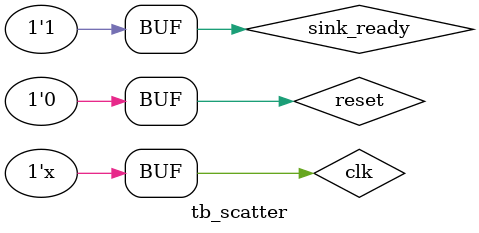
<source format=v>

`timescale 1ns / 1ps
`default_nettype none


module tb_scatter();
	localparam RATE    = 10.0;
	
	initial begin
		$dumpfile("tb_scatter.vcd");
		$dumpvars(0, tb_scatter);
	end
	
	reg		clk = 1'b1;
	always #(RATE/2.0)	clk = ~clk;
	
	reg		reset = 1'b1;
	always #(RATE*100)	reset = 1'b0;
	
	parameter	PORT_NUM   = 16;
	parameter	DATA_WIDTH = 16;
	parameter	LINE_SIZE  = 640;
	parameter	UNIT_SIZE  = (LINE_SIZE + (PORT_NUM-1)) / PORT_NUM;
	
	reg		[DATA_WIDTH-1:0]			src_data;
	reg									src_valid;
	wire								src_ready;
	
	wire	[PORT_NUM*DATA_WIDTH-1:0]	port_data;
	wire	[PORT_NUM-1:0]				port_valid;
	wire	[PORT_NUM-1:0]				port_ready;
	
	wire	[DATA_WIDTH-1:0]			sink_data;
	wire								sink_valid;
	reg									sink_ready = 1;
	
	jelly_data_scatter
			#(
				.PORT_NUM		(PORT_NUM),
				.DATA_WIDTH		(DATA_WIDTH),
				.LINE_SIZE		(LINE_SIZE),
				.UNIT_SIZE		(UNIT_SIZE)
			)
		i_data_scatter
			(
				.reset			(reset),
				.clk			(clk),
				
				.s_data			(src_data),
				.s_valid		(src_valid),
				.s_ready		(src_ready),
				
				.m_data			(port_data),
				.m_valid		(port_valid),
				.m_ready		(port_ready)
			);
	
	
	jelly_data_gather
			#(
				.PORT_NUM		(PORT_NUM),
				.DATA_WIDTH		(DATA_WIDTH),
				.LINE_SIZE		(LINE_SIZE),
				.UNIT_SIZE		(UNIT_SIZE)
			)
		i_data_gather
			(
				.reset			(reset),
				.clk			(clk),
				
				.s_data			(port_data),
				.s_valid		(port_valid),
				.s_ready		(port_ready),
				
				.m_data			(sink_data),
				.m_valid		(sink_valid),
				.m_ready		(sink_ready)
			);
	
	always @(posedge clk) begin
		if ( reset ) begin
			src_data  <= 0;
			src_valid <= 0;
		end
		else begin
			if ( src_valid && src_ready ) begin
				src_data <= src_data + 1;
			end
			src_valid <= 1;
		end
	end
	
	
endmodule


`default_nettype wire


// end of file

</source>
